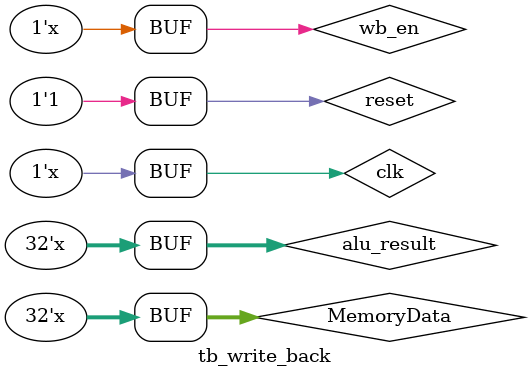
<source format=sv>
`timescale 1ns / 1ps


module tb_write_back();

      logic [31:0]alu_result;
      logic [31:0]MemoryData;
      logic wb_en;
      logic clk;
      logic reset;
      logic [31:0] RegWriteData;

  // Instantiate the module under test
  write_back dut (
    .clk(clk),
    .reset(reset),
    .wb_en(wb_en),
    .alu_result(alu_result),
    .MemoryData(MemoryData),
    .RegWriteData(RegWriteData)
  );
  
  // Reset generation
  initial begin
    // Initialize signals
    {clk ,reset,alu_result,MemoryData, wb_en} = 'b0;   
    #20;
    reset = 'b1;
    end
  
    always #5 clk = ~clk;
    always #20 alu_result = alu_result + 1;
    //always #5 MemoryData  = MemoryData + 1;
    always #30 MemoryData  = MemoryData + 1;    
    always #200 wb_en = ~wb_en;

  
endmodule

</source>
